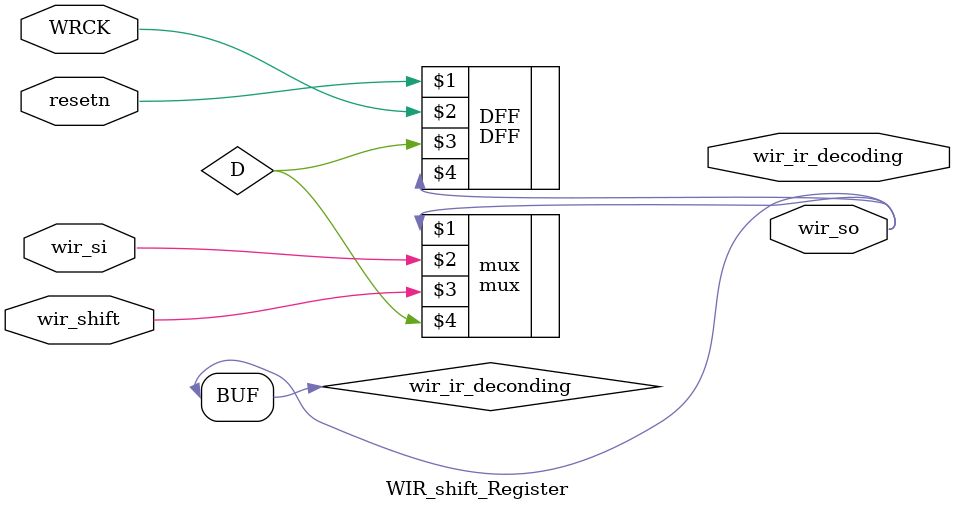
<source format=v>
module WIR_shift_Register(wir_shift,wir_si,WRCK,resetn,wir_ir_decoding,wir_so);
input wir_shift;
input wir_si;
input WRCK;
input resetn;

output wir_ir_decoding;
output wir_so;

wire wir_so;
wire D;

mux mux(wir_so,wir_si,wir_shift,D);
DFF DFF (resetn,WRCK,D,wir_so);
assign wir_ir_deconding=wir_so;
endmodule

</source>
